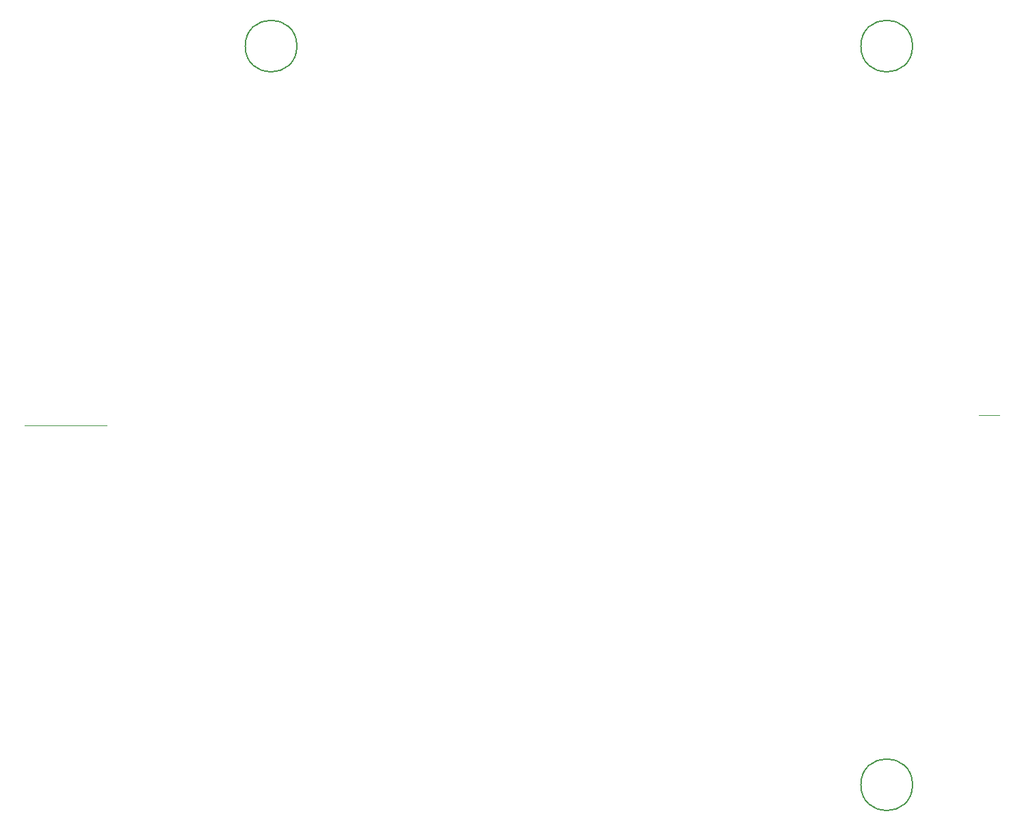
<source format=gbr>
%TF.GenerationSoftware,KiCad,Pcbnew,8.0.3-8.0.3-0~ubuntu22.04.1*%
%TF.CreationDate,2024-08-09T14:04:43+03:00*%
%TF.ProjectId,PM-PS,504d2d50-532e-46b6-9963-61645f706362,rev?*%
%TF.SameCoordinates,Original*%
%TF.FileFunction,Other,Comment*%
%FSLAX46Y46*%
G04 Gerber Fmt 4.6, Leading zero omitted, Abs format (unit mm)*
G04 Created by KiCad (PCBNEW 8.0.3-8.0.3-0~ubuntu22.04.1) date 2024-08-09 14:04:43*
%MOMM*%
%LPD*%
G01*
G04 APERTURE LIST*
%ADD10C,0.100000*%
%ADD11C,0.150000*%
G04 APERTURE END LIST*
D10*
X24130000Y-101600000D02*
X13970000Y-101600000D01*
X132080000Y-100330000D02*
X134620000Y-100330000D01*
D11*
%TO.C,H3*%
X123850000Y-146050000D02*
G75*
G02*
X117450000Y-146050000I-3200000J0D01*
G01*
X117450000Y-146050000D02*
G75*
G02*
X123850000Y-146050000I3200000J0D01*
G01*
%TO.C,H1*%
X47650000Y-54610000D02*
G75*
G02*
X41250000Y-54610000I-3200000J0D01*
G01*
X41250000Y-54610000D02*
G75*
G02*
X47650000Y-54610000I3200000J0D01*
G01*
%TO.C,H2*%
X123850000Y-54610000D02*
G75*
G02*
X117450000Y-54610000I-3200000J0D01*
G01*
X117450000Y-54610000D02*
G75*
G02*
X123850000Y-54610000I3200000J0D01*
G01*
%TD*%
M02*

</source>
